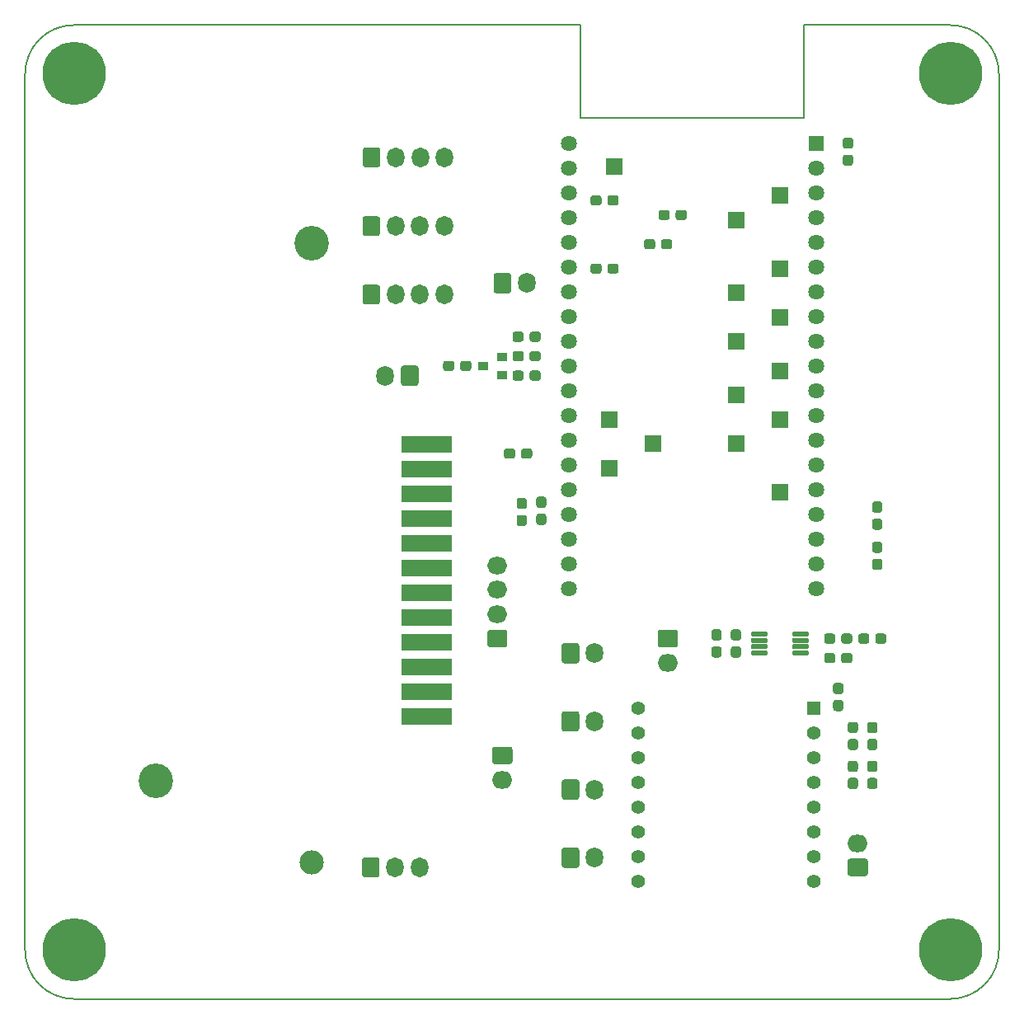
<source format=gbr>
%TF.GenerationSoftware,KiCad,Pcbnew,(5.1.6)-1*%
%TF.CreationDate,2020-12-23T09:12:27+01:00*%
%TF.ProjectId,03_La_Boite_A_Meuh,30335f4c-615f-4426-9f69-74655f415f4d,rev?*%
%TF.SameCoordinates,Original*%
%TF.FileFunction,Soldermask,Top*%
%TF.FilePolarity,Negative*%
%FSLAX46Y46*%
G04 Gerber Fmt 4.6, Leading zero omitted, Abs format (unit mm)*
G04 Created by KiCad (PCBNEW (5.1.6)-1) date 2020-12-23 09:12:27*
%MOMM*%
%LPD*%
G01*
G04 APERTURE LIST*
%TA.AperFunction,Profile*%
%ADD10C,0.150000*%
%TD*%
%ADD11C,0.900000*%
%ADD12C,6.500000*%
%ADD13C,1.408000*%
%ADD14R,1.408000X1.408000*%
%ADD15C,1.630000*%
%ADD16R,1.630000X1.630000*%
%ADD17C,2.490000*%
%ADD18C,3.550000*%
%ADD19O,1.800000X2.100000*%
%ADD20O,2.100000X1.800000*%
%ADD21R,1.800000X1.800000*%
%ADD22O,1.800000X2.050000*%
%ADD23R,1.000000X0.900000*%
%ADD24R,3.600000X1.800000*%
%ADD25O,2.050000X1.800000*%
G04 APERTURE END LIST*
D10*
X180000000Y-55000000D02*
X195000000Y-55000000D01*
X180000000Y-64500000D02*
X180000000Y-55000000D01*
X157000000Y-64500000D02*
X180000000Y-64500000D01*
X157000000Y-55000000D02*
X157000000Y-64500000D01*
X195000000Y-55000000D02*
G75*
G02*
X200000000Y-60000000I0J-5000000D01*
G01*
X200000000Y-150000000D02*
G75*
G02*
X195000000Y-155000000I-5000000J0D01*
G01*
X105000000Y-155000000D02*
G75*
G02*
X100000000Y-150000000I0J5000000D01*
G01*
X100000000Y-60000000D02*
G75*
G02*
X105000000Y-55000000I5000000J0D01*
G01*
X100000000Y-150000000D02*
X100000000Y-60000000D01*
X195000000Y-155000000D02*
X105000000Y-155000000D01*
X200000000Y-60000000D02*
X200000000Y-150000000D01*
X105000000Y-55000000D02*
X157000000Y-55000000D01*
D11*
%TO.C,H3*%
X196697056Y-148302944D03*
X195000000Y-147600000D03*
X193302944Y-148302944D03*
X192600000Y-150000000D03*
X193302944Y-151697056D03*
X195000000Y-152400000D03*
X196697056Y-151697056D03*
X197400000Y-150000000D03*
D12*
X195000000Y-150000000D03*
%TD*%
D11*
%TO.C,H1*%
X106697056Y-58302944D03*
X105000000Y-57600000D03*
X103302944Y-58302944D03*
X102600000Y-60000000D03*
X103302944Y-61697056D03*
X105000000Y-62400000D03*
X106697056Y-61697056D03*
X107400000Y-60000000D03*
D12*
X105000000Y-60000000D03*
%TD*%
D11*
%TO.C,H2*%
X196697056Y-58302944D03*
X195000000Y-57600000D03*
X193302944Y-58302944D03*
X192600000Y-60000000D03*
X193302944Y-61697056D03*
X195000000Y-62400000D03*
X196697056Y-61697056D03*
X197400000Y-60000000D03*
D12*
X195000000Y-60000000D03*
%TD*%
D11*
%TO.C,H4*%
X106697056Y-148302944D03*
X105000000Y-147600000D03*
X103302944Y-148302944D03*
X102600000Y-150000000D03*
X103302944Y-151697056D03*
X105000000Y-152400000D03*
X106697056Y-151697056D03*
X107400000Y-150000000D03*
D12*
X105000000Y-150000000D03*
%TD*%
D13*
%TO.C,U1*%
X162983000Y-142890000D03*
X181017000Y-142890000D03*
X162983000Y-125110000D03*
D14*
X181017000Y-125110000D03*
D13*
X162983000Y-140350000D03*
X181017000Y-140350000D03*
X162983000Y-127650000D03*
X181017000Y-127650000D03*
X162983000Y-137810000D03*
X162983000Y-130190000D03*
X181017000Y-130190000D03*
X181017000Y-137810000D03*
X162983000Y-135270000D03*
X162983000Y-132730000D03*
X181017000Y-135270000D03*
X181017000Y-132730000D03*
%TD*%
D15*
%TO.C,U2*%
X155800000Y-67150000D03*
X155800000Y-69690000D03*
X155800000Y-72230000D03*
X155800000Y-74770000D03*
X155800000Y-77310000D03*
X155800000Y-79850000D03*
X155800000Y-82390000D03*
X155800000Y-84930000D03*
X155800000Y-87470000D03*
X155800000Y-90010000D03*
X155800000Y-92550000D03*
X155800000Y-95090000D03*
X155800000Y-97630000D03*
X155800000Y-100170000D03*
X155800000Y-102710000D03*
X155800000Y-105250000D03*
X155800000Y-107790000D03*
X155800000Y-110330000D03*
X155800000Y-112870000D03*
X181200000Y-112870000D03*
X181200000Y-110330000D03*
X181200000Y-107790000D03*
X181200000Y-105250000D03*
X181200000Y-102710000D03*
X181200000Y-100170000D03*
X181200000Y-97630000D03*
X181200000Y-95090000D03*
X181200000Y-92550000D03*
X181200000Y-90010000D03*
X181200000Y-87470000D03*
X181200000Y-84930000D03*
X181200000Y-82390000D03*
X181200000Y-79850000D03*
X181200000Y-77310000D03*
X181200000Y-74770000D03*
X181200000Y-72230000D03*
X181200000Y-69690000D03*
D16*
X181200000Y-67150000D03*
%TD*%
D17*
%TO.C,BT1*%
X129412000Y-140959000D03*
D18*
X113412000Y-132629000D03*
X129412000Y-77429000D03*
%TD*%
%TO.C,C1*%
G36*
G01*
X173262500Y-118200000D02*
X172737500Y-118200000D01*
G75*
G02*
X172475000Y-117937500I0J262500D01*
G01*
X172475000Y-117312500D01*
G75*
G02*
X172737500Y-117050000I262500J0D01*
G01*
X173262500Y-117050000D01*
G75*
G02*
X173525000Y-117312500I0J-262500D01*
G01*
X173525000Y-117937500D01*
G75*
G02*
X173262500Y-118200000I-262500J0D01*
G01*
G37*
G36*
G01*
X173262500Y-119950000D02*
X172737500Y-119950000D01*
G75*
G02*
X172475000Y-119687500I0J262500D01*
G01*
X172475000Y-119062500D01*
G75*
G02*
X172737500Y-118800000I262500J0D01*
G01*
X173262500Y-118800000D01*
G75*
G02*
X173525000Y-119062500I0J-262500D01*
G01*
X173525000Y-119687500D01*
G75*
G02*
X173262500Y-119950000I-262500J0D01*
G01*
G37*
%TD*%
%TO.C,C2*%
G36*
G01*
X171262500Y-118200000D02*
X170737500Y-118200000D01*
G75*
G02*
X170475000Y-117937500I0J262500D01*
G01*
X170475000Y-117312500D01*
G75*
G02*
X170737500Y-117050000I262500J0D01*
G01*
X171262500Y-117050000D01*
G75*
G02*
X171525000Y-117312500I0J-262500D01*
G01*
X171525000Y-117937500D01*
G75*
G02*
X171262500Y-118200000I-262500J0D01*
G01*
G37*
G36*
G01*
X171262500Y-119950000D02*
X170737500Y-119950000D01*
G75*
G02*
X170475000Y-119687500I0J262500D01*
G01*
X170475000Y-119062500D01*
G75*
G02*
X170737500Y-118800000I262500J0D01*
G01*
X171262500Y-118800000D01*
G75*
G02*
X171525000Y-119062500I0J-262500D01*
G01*
X171525000Y-119687500D01*
G75*
G02*
X171262500Y-119950000I-262500J0D01*
G01*
G37*
%TD*%
%TO.C,C3*%
G36*
G01*
X187300000Y-118262500D02*
X187300000Y-117737500D01*
G75*
G02*
X187562500Y-117475000I262500J0D01*
G01*
X188187500Y-117475000D01*
G75*
G02*
X188450000Y-117737500I0J-262500D01*
G01*
X188450000Y-118262500D01*
G75*
G02*
X188187500Y-118525000I-262500J0D01*
G01*
X187562500Y-118525000D01*
G75*
G02*
X187300000Y-118262500I0J262500D01*
G01*
G37*
G36*
G01*
X185550000Y-118262500D02*
X185550000Y-117737500D01*
G75*
G02*
X185812500Y-117475000I262500J0D01*
G01*
X186437500Y-117475000D01*
G75*
G02*
X186700000Y-117737500I0J-262500D01*
G01*
X186700000Y-118262500D01*
G75*
G02*
X186437500Y-118525000I-262500J0D01*
G01*
X185812500Y-118525000D01*
G75*
G02*
X185550000Y-118262500I0J262500D01*
G01*
G37*
%TD*%
%TO.C,C4*%
G36*
G01*
X186737500Y-132300000D02*
X187262500Y-132300000D01*
G75*
G02*
X187525000Y-132562500I0J-262500D01*
G01*
X187525000Y-133187500D01*
G75*
G02*
X187262500Y-133450000I-262500J0D01*
G01*
X186737500Y-133450000D01*
G75*
G02*
X186475000Y-133187500I0J262500D01*
G01*
X186475000Y-132562500D01*
G75*
G02*
X186737500Y-132300000I262500J0D01*
G01*
G37*
G36*
G01*
X186737500Y-130550000D02*
X187262500Y-130550000D01*
G75*
G02*
X187525000Y-130812500I0J-262500D01*
G01*
X187525000Y-131437500D01*
G75*
G02*
X187262500Y-131700000I-262500J0D01*
G01*
X186737500Y-131700000D01*
G75*
G02*
X186475000Y-131437500I0J262500D01*
G01*
X186475000Y-130812500D01*
G75*
G02*
X186737500Y-130550000I262500J0D01*
G01*
G37*
%TD*%
%TO.C,C5*%
G36*
G01*
X184737500Y-132300000D02*
X185262500Y-132300000D01*
G75*
G02*
X185525000Y-132562500I0J-262500D01*
G01*
X185525000Y-133187500D01*
G75*
G02*
X185262500Y-133450000I-262500J0D01*
G01*
X184737500Y-133450000D01*
G75*
G02*
X184475000Y-133187500I0J262500D01*
G01*
X184475000Y-132562500D01*
G75*
G02*
X184737500Y-132300000I262500J0D01*
G01*
G37*
G36*
G01*
X184737500Y-130550000D02*
X185262500Y-130550000D01*
G75*
G02*
X185525000Y-130812500I0J-262500D01*
G01*
X185525000Y-131437500D01*
G75*
G02*
X185262500Y-131700000I-262500J0D01*
G01*
X184737500Y-131700000D01*
G75*
G02*
X184475000Y-131437500I0J262500D01*
G01*
X184475000Y-130812500D01*
G75*
G02*
X184737500Y-130550000I262500J0D01*
G01*
G37*
%TD*%
%TO.C,C6*%
G36*
G01*
X187762500Y-105075000D02*
X187237500Y-105075000D01*
G75*
G02*
X186975000Y-104812500I0J262500D01*
G01*
X186975000Y-104187500D01*
G75*
G02*
X187237500Y-103925000I262500J0D01*
G01*
X187762500Y-103925000D01*
G75*
G02*
X188025000Y-104187500I0J-262500D01*
G01*
X188025000Y-104812500D01*
G75*
G02*
X187762500Y-105075000I-262500J0D01*
G01*
G37*
G36*
G01*
X187762500Y-106825000D02*
X187237500Y-106825000D01*
G75*
G02*
X186975000Y-106562500I0J262500D01*
G01*
X186975000Y-105937500D01*
G75*
G02*
X187237500Y-105675000I262500J0D01*
G01*
X187762500Y-105675000D01*
G75*
G02*
X188025000Y-105937500I0J-262500D01*
G01*
X188025000Y-106562500D01*
G75*
G02*
X187762500Y-106825000I-262500J0D01*
G01*
G37*
%TD*%
D19*
%TO.C,J1*%
X158500000Y-119500000D03*
G36*
G01*
X155100000Y-120285294D02*
X155100000Y-118714706D01*
G75*
G02*
X155364706Y-118450000I264706J0D01*
G01*
X156635294Y-118450000D01*
G75*
G02*
X156900000Y-118714706I0J-264706D01*
G01*
X156900000Y-120285294D01*
G75*
G02*
X156635294Y-120550000I-264706J0D01*
G01*
X155364706Y-120550000D01*
G75*
G02*
X155100000Y-120285294I0J264706D01*
G01*
G37*
%TD*%
%TO.C,J2*%
X158500000Y-126500000D03*
G36*
G01*
X155100000Y-127285294D02*
X155100000Y-125714706D01*
G75*
G02*
X155364706Y-125450000I264706J0D01*
G01*
X156635294Y-125450000D01*
G75*
G02*
X156900000Y-125714706I0J-264706D01*
G01*
X156900000Y-127285294D01*
G75*
G02*
X156635294Y-127550000I-264706J0D01*
G01*
X155364706Y-127550000D01*
G75*
G02*
X155100000Y-127285294I0J264706D01*
G01*
G37*
%TD*%
%TO.C,J3*%
X158500000Y-140500000D03*
G36*
G01*
X155100000Y-141285294D02*
X155100000Y-139714706D01*
G75*
G02*
X155364706Y-139450000I264706J0D01*
G01*
X156635294Y-139450000D01*
G75*
G02*
X156900000Y-139714706I0J-264706D01*
G01*
X156900000Y-141285294D01*
G75*
G02*
X156635294Y-141550000I-264706J0D01*
G01*
X155364706Y-141550000D01*
G75*
G02*
X155100000Y-141285294I0J264706D01*
G01*
G37*
%TD*%
D20*
%TO.C,J4*%
X185500000Y-139000000D03*
G36*
G01*
X186285294Y-142400000D02*
X184714706Y-142400000D01*
G75*
G02*
X184450000Y-142135294I0J264706D01*
G01*
X184450000Y-140864706D01*
G75*
G02*
X184714706Y-140600000I264706J0D01*
G01*
X186285294Y-140600000D01*
G75*
G02*
X186550000Y-140864706I0J-264706D01*
G01*
X186550000Y-142135294D01*
G75*
G02*
X186285294Y-142400000I-264706J0D01*
G01*
G37*
%TD*%
D19*
%TO.C,J5*%
X158500000Y-133500000D03*
G36*
G01*
X155100000Y-134285294D02*
X155100000Y-132714706D01*
G75*
G02*
X155364706Y-132450000I264706J0D01*
G01*
X156635294Y-132450000D01*
G75*
G02*
X156900000Y-132714706I0J-264706D01*
G01*
X156900000Y-134285294D01*
G75*
G02*
X156635294Y-134550000I-264706J0D01*
G01*
X155364706Y-134550000D01*
G75*
G02*
X155100000Y-134285294I0J264706D01*
G01*
G37*
%TD*%
D21*
%TO.C,J9*%
X160500000Y-69500000D03*
%TD*%
%TO.C,J10*%
X177500000Y-72500000D03*
%TD*%
%TO.C,J12*%
X173000000Y-75000000D03*
%TD*%
%TO.C,J13*%
X177500000Y-80000000D03*
%TD*%
%TO.C,J14*%
X173000000Y-82500000D03*
%TD*%
%TO.C,J15*%
X177500000Y-85000000D03*
%TD*%
%TO.C,J16*%
X173000000Y-87500000D03*
%TD*%
%TO.C,J17*%
X177500000Y-90500000D03*
%TD*%
D19*
%TO.C,J18*%
X151500000Y-81500000D03*
G36*
G01*
X148100000Y-82285294D02*
X148100000Y-80714706D01*
G75*
G02*
X148364706Y-80450000I264706J0D01*
G01*
X149635294Y-80450000D01*
G75*
G02*
X149900000Y-80714706I0J-264706D01*
G01*
X149900000Y-82285294D01*
G75*
G02*
X149635294Y-82550000I-264706J0D01*
G01*
X148364706Y-82550000D01*
G75*
G02*
X148100000Y-82285294I0J264706D01*
G01*
G37*
%TD*%
D21*
%TO.C,J19*%
X173000000Y-93000000D03*
%TD*%
%TO.C,J20*%
X177500000Y-95500000D03*
%TD*%
%TO.C,J21*%
X160000000Y-95500000D03*
%TD*%
%TO.C,J22*%
X173000000Y-98000000D03*
%TD*%
%TO.C,J23*%
X164500000Y-98000000D03*
%TD*%
%TO.C,J24*%
X177500000Y-103000000D03*
%TD*%
%TO.C,J25*%
X160000000Y-100500000D03*
%TD*%
D19*
%TO.C,J26*%
X137000000Y-91000000D03*
G36*
G01*
X140400000Y-90214706D02*
X140400000Y-91785294D01*
G75*
G02*
X140135294Y-92050000I-264706J0D01*
G01*
X138864706Y-92050000D01*
G75*
G02*
X138600000Y-91785294I0J264706D01*
G01*
X138600000Y-90214706D01*
G75*
G02*
X138864706Y-89950000I264706J0D01*
G01*
X140135294Y-89950000D01*
G75*
G02*
X140400000Y-90214706I0J-264706D01*
G01*
G37*
%TD*%
D20*
%TO.C,J27*%
X149000000Y-132500000D03*
G36*
G01*
X148214706Y-129100000D02*
X149785294Y-129100000D01*
G75*
G02*
X150050000Y-129364706I0J-264706D01*
G01*
X150050000Y-130635294D01*
G75*
G02*
X149785294Y-130900000I-264706J0D01*
G01*
X148214706Y-130900000D01*
G75*
G02*
X147950000Y-130635294I0J264706D01*
G01*
X147950000Y-129364706D01*
G75*
G02*
X148214706Y-129100000I264706J0D01*
G01*
G37*
%TD*%
D22*
%TO.C,J28*%
X140500000Y-141500000D03*
X138000000Y-141500000D03*
G36*
G01*
X134600000Y-142260294D02*
X134600000Y-140739706D01*
G75*
G02*
X134864706Y-140475000I264706J0D01*
G01*
X136135294Y-140475000D01*
G75*
G02*
X136400000Y-140739706I0J-264706D01*
G01*
X136400000Y-142260294D01*
G75*
G02*
X136135294Y-142525000I-264706J0D01*
G01*
X134864706Y-142525000D01*
G75*
G02*
X134600000Y-142260294I0J264706D01*
G01*
G37*
%TD*%
D20*
%TO.C,J29*%
X166000000Y-120500000D03*
G36*
G01*
X165214706Y-117100000D02*
X166785294Y-117100000D01*
G75*
G02*
X167050000Y-117364706I0J-264706D01*
G01*
X167050000Y-118635294D01*
G75*
G02*
X166785294Y-118900000I-264706J0D01*
G01*
X165214706Y-118900000D01*
G75*
G02*
X164950000Y-118635294I0J264706D01*
G01*
X164950000Y-117364706D01*
G75*
G02*
X165214706Y-117100000I264706J0D01*
G01*
G37*
%TD*%
D23*
%TO.C,Q1*%
X147000000Y-90000000D03*
X149000000Y-89050000D03*
X149000000Y-90950000D03*
%TD*%
%TO.C,R1*%
G36*
G01*
X183800000Y-118262500D02*
X183800000Y-117737500D01*
G75*
G02*
X184062500Y-117475000I262500J0D01*
G01*
X184687500Y-117475000D01*
G75*
G02*
X184950000Y-117737500I0J-262500D01*
G01*
X184950000Y-118262500D01*
G75*
G02*
X184687500Y-118525000I-262500J0D01*
G01*
X184062500Y-118525000D01*
G75*
G02*
X183800000Y-118262500I0J262500D01*
G01*
G37*
G36*
G01*
X182050000Y-118262500D02*
X182050000Y-117737500D01*
G75*
G02*
X182312500Y-117475000I262500J0D01*
G01*
X182937500Y-117475000D01*
G75*
G02*
X183200000Y-117737500I0J-262500D01*
G01*
X183200000Y-118262500D01*
G75*
G02*
X182937500Y-118525000I-262500J0D01*
G01*
X182312500Y-118525000D01*
G75*
G02*
X182050000Y-118262500I0J262500D01*
G01*
G37*
%TD*%
%TO.C,R2*%
G36*
G01*
X186737500Y-128300000D02*
X187262500Y-128300000D01*
G75*
G02*
X187525000Y-128562500I0J-262500D01*
G01*
X187525000Y-129187500D01*
G75*
G02*
X187262500Y-129450000I-262500J0D01*
G01*
X186737500Y-129450000D01*
G75*
G02*
X186475000Y-129187500I0J262500D01*
G01*
X186475000Y-128562500D01*
G75*
G02*
X186737500Y-128300000I262500J0D01*
G01*
G37*
G36*
G01*
X186737500Y-126550000D02*
X187262500Y-126550000D01*
G75*
G02*
X187525000Y-126812500I0J-262500D01*
G01*
X187525000Y-127437500D01*
G75*
G02*
X187262500Y-127700000I-262500J0D01*
G01*
X186737500Y-127700000D01*
G75*
G02*
X186475000Y-127437500I0J262500D01*
G01*
X186475000Y-126812500D01*
G75*
G02*
X186737500Y-126550000I262500J0D01*
G01*
G37*
%TD*%
%TO.C,R3*%
G36*
G01*
X183237500Y-124300000D02*
X183762500Y-124300000D01*
G75*
G02*
X184025000Y-124562500I0J-262500D01*
G01*
X184025000Y-125187500D01*
G75*
G02*
X183762500Y-125450000I-262500J0D01*
G01*
X183237500Y-125450000D01*
G75*
G02*
X182975000Y-125187500I0J262500D01*
G01*
X182975000Y-124562500D01*
G75*
G02*
X183237500Y-124300000I262500J0D01*
G01*
G37*
G36*
G01*
X183237500Y-122550000D02*
X183762500Y-122550000D01*
G75*
G02*
X184025000Y-122812500I0J-262500D01*
G01*
X184025000Y-123437500D01*
G75*
G02*
X183762500Y-123700000I-262500J0D01*
G01*
X183237500Y-123700000D01*
G75*
G02*
X182975000Y-123437500I0J262500D01*
G01*
X182975000Y-122812500D01*
G75*
G02*
X183237500Y-122550000I262500J0D01*
G01*
G37*
%TD*%
%TO.C,R4*%
G36*
G01*
X184737500Y-128300000D02*
X185262500Y-128300000D01*
G75*
G02*
X185525000Y-128562500I0J-262500D01*
G01*
X185525000Y-129187500D01*
G75*
G02*
X185262500Y-129450000I-262500J0D01*
G01*
X184737500Y-129450000D01*
G75*
G02*
X184475000Y-129187500I0J262500D01*
G01*
X184475000Y-128562500D01*
G75*
G02*
X184737500Y-128300000I262500J0D01*
G01*
G37*
G36*
G01*
X184737500Y-126550000D02*
X185262500Y-126550000D01*
G75*
G02*
X185525000Y-126812500I0J-262500D01*
G01*
X185525000Y-127437500D01*
G75*
G02*
X185262500Y-127700000I-262500J0D01*
G01*
X184737500Y-127700000D01*
G75*
G02*
X184475000Y-127437500I0J262500D01*
G01*
X184475000Y-126812500D01*
G75*
G02*
X184737500Y-126550000I262500J0D01*
G01*
G37*
%TD*%
%TO.C,R5*%
G36*
G01*
X183200000Y-119737500D02*
X183200000Y-120262500D01*
G75*
G02*
X182937500Y-120525000I-262500J0D01*
G01*
X182312500Y-120525000D01*
G75*
G02*
X182050000Y-120262500I0J262500D01*
G01*
X182050000Y-119737500D01*
G75*
G02*
X182312500Y-119475000I262500J0D01*
G01*
X182937500Y-119475000D01*
G75*
G02*
X183200000Y-119737500I0J-262500D01*
G01*
G37*
G36*
G01*
X184950000Y-119737500D02*
X184950000Y-120262500D01*
G75*
G02*
X184687500Y-120525000I-262500J0D01*
G01*
X184062500Y-120525000D01*
G75*
G02*
X183800000Y-120262500I0J262500D01*
G01*
X183800000Y-119737500D01*
G75*
G02*
X184062500Y-119475000I262500J0D01*
G01*
X184687500Y-119475000D01*
G75*
G02*
X184950000Y-119737500I0J-262500D01*
G01*
G37*
%TD*%
%TO.C,R6*%
G36*
G01*
X187762500Y-109200000D02*
X187237500Y-109200000D01*
G75*
G02*
X186975000Y-108937500I0J262500D01*
G01*
X186975000Y-108312500D01*
G75*
G02*
X187237500Y-108050000I262500J0D01*
G01*
X187762500Y-108050000D01*
G75*
G02*
X188025000Y-108312500I0J-262500D01*
G01*
X188025000Y-108937500D01*
G75*
G02*
X187762500Y-109200000I-262500J0D01*
G01*
G37*
G36*
G01*
X187762500Y-110950000D02*
X187237500Y-110950000D01*
G75*
G02*
X186975000Y-110687500I0J262500D01*
G01*
X186975000Y-110062500D01*
G75*
G02*
X187237500Y-109800000I262500J0D01*
G01*
X187762500Y-109800000D01*
G75*
G02*
X188025000Y-110062500I0J-262500D01*
G01*
X188025000Y-110687500D01*
G75*
G02*
X187762500Y-110950000I-262500J0D01*
G01*
G37*
%TD*%
%TO.C,R7*%
G36*
G01*
X184762500Y-67700000D02*
X184237500Y-67700000D01*
G75*
G02*
X183975000Y-67437500I0J262500D01*
G01*
X183975000Y-66812500D01*
G75*
G02*
X184237500Y-66550000I262500J0D01*
G01*
X184762500Y-66550000D01*
G75*
G02*
X185025000Y-66812500I0J-262500D01*
G01*
X185025000Y-67437500D01*
G75*
G02*
X184762500Y-67700000I-262500J0D01*
G01*
G37*
G36*
G01*
X184762500Y-69450000D02*
X184237500Y-69450000D01*
G75*
G02*
X183975000Y-69187500I0J262500D01*
G01*
X183975000Y-68562500D01*
G75*
G02*
X184237500Y-68300000I262500J0D01*
G01*
X184762500Y-68300000D01*
G75*
G02*
X185025000Y-68562500I0J-262500D01*
G01*
X185025000Y-69187500D01*
G75*
G02*
X184762500Y-69450000I-262500J0D01*
G01*
G37*
%TD*%
%TO.C,R8*%
G36*
G01*
X159800000Y-80262500D02*
X159800000Y-79737500D01*
G75*
G02*
X160062500Y-79475000I262500J0D01*
G01*
X160687500Y-79475000D01*
G75*
G02*
X160950000Y-79737500I0J-262500D01*
G01*
X160950000Y-80262500D01*
G75*
G02*
X160687500Y-80525000I-262500J0D01*
G01*
X160062500Y-80525000D01*
G75*
G02*
X159800000Y-80262500I0J262500D01*
G01*
G37*
G36*
G01*
X158050000Y-80262500D02*
X158050000Y-79737500D01*
G75*
G02*
X158312500Y-79475000I262500J0D01*
G01*
X158937500Y-79475000D01*
G75*
G02*
X159200000Y-79737500I0J-262500D01*
G01*
X159200000Y-80262500D01*
G75*
G02*
X158937500Y-80525000I-262500J0D01*
G01*
X158312500Y-80525000D01*
G75*
G02*
X158050000Y-80262500I0J262500D01*
G01*
G37*
%TD*%
%TO.C,R9*%
G36*
G01*
X159800000Y-73262500D02*
X159800000Y-72737500D01*
G75*
G02*
X160062500Y-72475000I262500J0D01*
G01*
X160687500Y-72475000D01*
G75*
G02*
X160950000Y-72737500I0J-262500D01*
G01*
X160950000Y-73262500D01*
G75*
G02*
X160687500Y-73525000I-262500J0D01*
G01*
X160062500Y-73525000D01*
G75*
G02*
X159800000Y-73262500I0J262500D01*
G01*
G37*
G36*
G01*
X158050000Y-73262500D02*
X158050000Y-72737500D01*
G75*
G02*
X158312500Y-72475000I262500J0D01*
G01*
X158937500Y-72475000D01*
G75*
G02*
X159200000Y-72737500I0J-262500D01*
G01*
X159200000Y-73262500D01*
G75*
G02*
X158937500Y-73525000I-262500J0D01*
G01*
X158312500Y-73525000D01*
G75*
G02*
X158050000Y-73262500I0J262500D01*
G01*
G37*
%TD*%
%TO.C,R10*%
G36*
G01*
X166800000Y-74762500D02*
X166800000Y-74237500D01*
G75*
G02*
X167062500Y-73975000I262500J0D01*
G01*
X167687500Y-73975000D01*
G75*
G02*
X167950000Y-74237500I0J-262500D01*
G01*
X167950000Y-74762500D01*
G75*
G02*
X167687500Y-75025000I-262500J0D01*
G01*
X167062500Y-75025000D01*
G75*
G02*
X166800000Y-74762500I0J262500D01*
G01*
G37*
G36*
G01*
X165050000Y-74762500D02*
X165050000Y-74237500D01*
G75*
G02*
X165312500Y-73975000I262500J0D01*
G01*
X165937500Y-73975000D01*
G75*
G02*
X166200000Y-74237500I0J-262500D01*
G01*
X166200000Y-74762500D01*
G75*
G02*
X165937500Y-75025000I-262500J0D01*
G01*
X165312500Y-75025000D01*
G75*
G02*
X165050000Y-74762500I0J262500D01*
G01*
G37*
%TD*%
%TO.C,R11*%
G36*
G01*
X165300000Y-77762500D02*
X165300000Y-77237500D01*
G75*
G02*
X165562500Y-76975000I262500J0D01*
G01*
X166187500Y-76975000D01*
G75*
G02*
X166450000Y-77237500I0J-262500D01*
G01*
X166450000Y-77762500D01*
G75*
G02*
X166187500Y-78025000I-262500J0D01*
G01*
X165562500Y-78025000D01*
G75*
G02*
X165300000Y-77762500I0J262500D01*
G01*
G37*
G36*
G01*
X163550000Y-77762500D02*
X163550000Y-77237500D01*
G75*
G02*
X163812500Y-76975000I262500J0D01*
G01*
X164437500Y-76975000D01*
G75*
G02*
X164700000Y-77237500I0J-262500D01*
G01*
X164700000Y-77762500D01*
G75*
G02*
X164437500Y-78025000I-262500J0D01*
G01*
X163812500Y-78025000D01*
G75*
G02*
X163550000Y-77762500I0J262500D01*
G01*
G37*
%TD*%
%TO.C,R12*%
G36*
G01*
X151200000Y-86737500D02*
X151200000Y-87262500D01*
G75*
G02*
X150937500Y-87525000I-262500J0D01*
G01*
X150312500Y-87525000D01*
G75*
G02*
X150050000Y-87262500I0J262500D01*
G01*
X150050000Y-86737500D01*
G75*
G02*
X150312500Y-86475000I262500J0D01*
G01*
X150937500Y-86475000D01*
G75*
G02*
X151200000Y-86737500I0J-262500D01*
G01*
G37*
G36*
G01*
X152950000Y-86737500D02*
X152950000Y-87262500D01*
G75*
G02*
X152687500Y-87525000I-262500J0D01*
G01*
X152062500Y-87525000D01*
G75*
G02*
X151800000Y-87262500I0J262500D01*
G01*
X151800000Y-86737500D01*
G75*
G02*
X152062500Y-86475000I262500J0D01*
G01*
X152687500Y-86475000D01*
G75*
G02*
X152950000Y-86737500I0J-262500D01*
G01*
G37*
%TD*%
%TO.C,R13*%
G36*
G01*
X150925000Y-99262500D02*
X150925000Y-98737500D01*
G75*
G02*
X151187500Y-98475000I262500J0D01*
G01*
X151812500Y-98475000D01*
G75*
G02*
X152075000Y-98737500I0J-262500D01*
G01*
X152075000Y-99262500D01*
G75*
G02*
X151812500Y-99525000I-262500J0D01*
G01*
X151187500Y-99525000D01*
G75*
G02*
X150925000Y-99262500I0J262500D01*
G01*
G37*
G36*
G01*
X149175000Y-99262500D02*
X149175000Y-98737500D01*
G75*
G02*
X149437500Y-98475000I262500J0D01*
G01*
X150062500Y-98475000D01*
G75*
G02*
X150325000Y-98737500I0J-262500D01*
G01*
X150325000Y-99262500D01*
G75*
G02*
X150062500Y-99525000I-262500J0D01*
G01*
X149437500Y-99525000D01*
G75*
G02*
X149175000Y-99262500I0J262500D01*
G01*
G37*
%TD*%
%TO.C,R14*%
G36*
G01*
X151262500Y-104700000D02*
X150737500Y-104700000D01*
G75*
G02*
X150475000Y-104437500I0J262500D01*
G01*
X150475000Y-103812500D01*
G75*
G02*
X150737500Y-103550000I262500J0D01*
G01*
X151262500Y-103550000D01*
G75*
G02*
X151525000Y-103812500I0J-262500D01*
G01*
X151525000Y-104437500D01*
G75*
G02*
X151262500Y-104700000I-262500J0D01*
G01*
G37*
G36*
G01*
X151262500Y-106450000D02*
X150737500Y-106450000D01*
G75*
G02*
X150475000Y-106187500I0J262500D01*
G01*
X150475000Y-105562500D01*
G75*
G02*
X150737500Y-105300000I262500J0D01*
G01*
X151262500Y-105300000D01*
G75*
G02*
X151525000Y-105562500I0J-262500D01*
G01*
X151525000Y-106187500D01*
G75*
G02*
X151262500Y-106450000I-262500J0D01*
G01*
G37*
%TD*%
%TO.C,R15*%
G36*
G01*
X152737500Y-105175000D02*
X153262500Y-105175000D01*
G75*
G02*
X153525000Y-105437500I0J-262500D01*
G01*
X153525000Y-106062500D01*
G75*
G02*
X153262500Y-106325000I-262500J0D01*
G01*
X152737500Y-106325000D01*
G75*
G02*
X152475000Y-106062500I0J262500D01*
G01*
X152475000Y-105437500D01*
G75*
G02*
X152737500Y-105175000I262500J0D01*
G01*
G37*
G36*
G01*
X152737500Y-103425000D02*
X153262500Y-103425000D01*
G75*
G02*
X153525000Y-103687500I0J-262500D01*
G01*
X153525000Y-104312500D01*
G75*
G02*
X153262500Y-104575000I-262500J0D01*
G01*
X152737500Y-104575000D01*
G75*
G02*
X152475000Y-104312500I0J262500D01*
G01*
X152475000Y-103687500D01*
G75*
G02*
X152737500Y-103425000I262500J0D01*
G01*
G37*
%TD*%
%TO.C,R16*%
G36*
G01*
X144075000Y-89737500D02*
X144075000Y-90262500D01*
G75*
G02*
X143812500Y-90525000I-262500J0D01*
G01*
X143187500Y-90525000D01*
G75*
G02*
X142925000Y-90262500I0J262500D01*
G01*
X142925000Y-89737500D01*
G75*
G02*
X143187500Y-89475000I262500J0D01*
G01*
X143812500Y-89475000D01*
G75*
G02*
X144075000Y-89737500I0J-262500D01*
G01*
G37*
G36*
G01*
X145825000Y-89737500D02*
X145825000Y-90262500D01*
G75*
G02*
X145562500Y-90525000I-262500J0D01*
G01*
X144937500Y-90525000D01*
G75*
G02*
X144675000Y-90262500I0J262500D01*
G01*
X144675000Y-89737500D01*
G75*
G02*
X144937500Y-89475000I262500J0D01*
G01*
X145562500Y-89475000D01*
G75*
G02*
X145825000Y-89737500I0J-262500D01*
G01*
G37*
%TD*%
%TO.C,R17*%
G36*
G01*
X151200000Y-90737500D02*
X151200000Y-91262500D01*
G75*
G02*
X150937500Y-91525000I-262500J0D01*
G01*
X150312500Y-91525000D01*
G75*
G02*
X150050000Y-91262500I0J262500D01*
G01*
X150050000Y-90737500D01*
G75*
G02*
X150312500Y-90475000I262500J0D01*
G01*
X150937500Y-90475000D01*
G75*
G02*
X151200000Y-90737500I0J-262500D01*
G01*
G37*
G36*
G01*
X152950000Y-90737500D02*
X152950000Y-91262500D01*
G75*
G02*
X152687500Y-91525000I-262500J0D01*
G01*
X152062500Y-91525000D01*
G75*
G02*
X151800000Y-91262500I0J262500D01*
G01*
X151800000Y-90737500D01*
G75*
G02*
X152062500Y-90475000I262500J0D01*
G01*
X152687500Y-90475000D01*
G75*
G02*
X152950000Y-90737500I0J-262500D01*
G01*
G37*
%TD*%
%TO.C,R18*%
G36*
G01*
X151800000Y-89262500D02*
X151800000Y-88737500D01*
G75*
G02*
X152062500Y-88475000I262500J0D01*
G01*
X152687500Y-88475000D01*
G75*
G02*
X152950000Y-88737500I0J-262500D01*
G01*
X152950000Y-89262500D01*
G75*
G02*
X152687500Y-89525000I-262500J0D01*
G01*
X152062500Y-89525000D01*
G75*
G02*
X151800000Y-89262500I0J262500D01*
G01*
G37*
G36*
G01*
X150050000Y-89262500D02*
X150050000Y-88737500D01*
G75*
G02*
X150312500Y-88475000I262500J0D01*
G01*
X150937500Y-88475000D01*
G75*
G02*
X151200000Y-88737500I0J-262500D01*
G01*
X151200000Y-89262500D01*
G75*
G02*
X150937500Y-89525000I-262500J0D01*
G01*
X150312500Y-89525000D01*
G75*
G02*
X150050000Y-89262500I0J262500D01*
G01*
G37*
%TD*%
%TO.C,U3*%
G36*
G01*
X176250000Y-119350000D02*
X176250000Y-119600000D01*
G75*
G02*
X176125000Y-119725000I-125000J0D01*
G01*
X174650000Y-119725000D01*
G75*
G02*
X174525000Y-119600000I0J125000D01*
G01*
X174525000Y-119350000D01*
G75*
G02*
X174650000Y-119225000I125000J0D01*
G01*
X176125000Y-119225000D01*
G75*
G02*
X176250000Y-119350000I0J-125000D01*
G01*
G37*
G36*
G01*
X176250000Y-118700000D02*
X176250000Y-118950000D01*
G75*
G02*
X176125000Y-119075000I-125000J0D01*
G01*
X174650000Y-119075000D01*
G75*
G02*
X174525000Y-118950000I0J125000D01*
G01*
X174525000Y-118700000D01*
G75*
G02*
X174650000Y-118575000I125000J0D01*
G01*
X176125000Y-118575000D01*
G75*
G02*
X176250000Y-118700000I0J-125000D01*
G01*
G37*
G36*
G01*
X176250000Y-118050000D02*
X176250000Y-118300000D01*
G75*
G02*
X176125000Y-118425000I-125000J0D01*
G01*
X174650000Y-118425000D01*
G75*
G02*
X174525000Y-118300000I0J125000D01*
G01*
X174525000Y-118050000D01*
G75*
G02*
X174650000Y-117925000I125000J0D01*
G01*
X176125000Y-117925000D01*
G75*
G02*
X176250000Y-118050000I0J-125000D01*
G01*
G37*
G36*
G01*
X176250000Y-117400000D02*
X176250000Y-117650000D01*
G75*
G02*
X176125000Y-117775000I-125000J0D01*
G01*
X174650000Y-117775000D01*
G75*
G02*
X174525000Y-117650000I0J125000D01*
G01*
X174525000Y-117400000D01*
G75*
G02*
X174650000Y-117275000I125000J0D01*
G01*
X176125000Y-117275000D01*
G75*
G02*
X176250000Y-117400000I0J-125000D01*
G01*
G37*
G36*
G01*
X180475000Y-117400000D02*
X180475000Y-117650000D01*
G75*
G02*
X180350000Y-117775000I-125000J0D01*
G01*
X178875000Y-117775000D01*
G75*
G02*
X178750000Y-117650000I0J125000D01*
G01*
X178750000Y-117400000D01*
G75*
G02*
X178875000Y-117275000I125000J0D01*
G01*
X180350000Y-117275000D01*
G75*
G02*
X180475000Y-117400000I0J-125000D01*
G01*
G37*
G36*
G01*
X180475000Y-118050000D02*
X180475000Y-118300000D01*
G75*
G02*
X180350000Y-118425000I-125000J0D01*
G01*
X178875000Y-118425000D01*
G75*
G02*
X178750000Y-118300000I0J125000D01*
G01*
X178750000Y-118050000D01*
G75*
G02*
X178875000Y-117925000I125000J0D01*
G01*
X180350000Y-117925000D01*
G75*
G02*
X180475000Y-118050000I0J-125000D01*
G01*
G37*
G36*
G01*
X180475000Y-118700000D02*
X180475000Y-118950000D01*
G75*
G02*
X180350000Y-119075000I-125000J0D01*
G01*
X178875000Y-119075000D01*
G75*
G02*
X178750000Y-118950000I0J125000D01*
G01*
X178750000Y-118700000D01*
G75*
G02*
X178875000Y-118575000I125000J0D01*
G01*
X180350000Y-118575000D01*
G75*
G02*
X180475000Y-118700000I0J-125000D01*
G01*
G37*
G36*
G01*
X180475000Y-119350000D02*
X180475000Y-119600000D01*
G75*
G02*
X180350000Y-119725000I-125000J0D01*
G01*
X178875000Y-119725000D01*
G75*
G02*
X178750000Y-119600000I0J125000D01*
G01*
X178750000Y-119350000D01*
G75*
G02*
X178875000Y-119225000I125000J0D01*
G01*
X180350000Y-119225000D01*
G75*
G02*
X180475000Y-119350000I0J-125000D01*
G01*
G37*
%TD*%
D24*
%TO.C,U4*%
X142040000Y-98060000D03*
X142040000Y-100600000D03*
X142040000Y-103140000D03*
X142040000Y-105680000D03*
X142040000Y-108220000D03*
X142040000Y-110760000D03*
X142040000Y-113300000D03*
X142040000Y-115840000D03*
X142040000Y-118380000D03*
X142040000Y-120920000D03*
X142040000Y-123460000D03*
X142040000Y-126000000D03*
D21*
X139500000Y-98060000D03*
X139500000Y-100600000D03*
X139500000Y-103140000D03*
X139500000Y-105680000D03*
X139500000Y-108220000D03*
X139500000Y-110760000D03*
X139500000Y-113300000D03*
X139500000Y-115840000D03*
X139500000Y-118380000D03*
X139500000Y-120920000D03*
X139500000Y-123460000D03*
X139500000Y-126000000D03*
%TD*%
D25*
%TO.C,J6*%
X148500000Y-110500000D03*
X148500000Y-113000000D03*
X148500000Y-115500000D03*
G36*
G01*
X149260294Y-118900000D02*
X147739706Y-118900000D01*
G75*
G02*
X147475000Y-118635294I0J264706D01*
G01*
X147475000Y-117364706D01*
G75*
G02*
X147739706Y-117100000I264706J0D01*
G01*
X149260294Y-117100000D01*
G75*
G02*
X149525000Y-117364706I0J-264706D01*
G01*
X149525000Y-118635294D01*
G75*
G02*
X149260294Y-118900000I-264706J0D01*
G01*
G37*
%TD*%
D22*
%TO.C,J7*%
X143071000Y-68582000D03*
X140571000Y-68582000D03*
X138071000Y-68582000D03*
G36*
G01*
X134671000Y-69342294D02*
X134671000Y-67821706D01*
G75*
G02*
X134935706Y-67557000I264706J0D01*
G01*
X136206294Y-67557000D01*
G75*
G02*
X136471000Y-67821706I0J-264706D01*
G01*
X136471000Y-69342294D01*
G75*
G02*
X136206294Y-69607000I-264706J0D01*
G01*
X134935706Y-69607000D01*
G75*
G02*
X134671000Y-69342294I0J264706D01*
G01*
G37*
%TD*%
%TO.C,J8*%
X143045001Y-82679000D03*
X140545001Y-82679000D03*
X138045001Y-82679000D03*
G36*
G01*
X134645001Y-83439294D02*
X134645001Y-81918706D01*
G75*
G02*
X134909707Y-81654000I264706J0D01*
G01*
X136180295Y-81654000D01*
G75*
G02*
X136445001Y-81918706I0J-264706D01*
G01*
X136445001Y-83439294D01*
G75*
G02*
X136180295Y-83704000I-264706J0D01*
G01*
X134909707Y-83704000D01*
G75*
G02*
X134645001Y-83439294I0J264706D01*
G01*
G37*
%TD*%
%TO.C,J11*%
X143045001Y-75655001D03*
X140545001Y-75655001D03*
X138045001Y-75655001D03*
G36*
G01*
X134645001Y-76415295D02*
X134645001Y-74894707D01*
G75*
G02*
X134909707Y-74630001I264706J0D01*
G01*
X136180295Y-74630001D01*
G75*
G02*
X136445001Y-74894707I0J-264706D01*
G01*
X136445001Y-76415295D01*
G75*
G02*
X136180295Y-76680001I-264706J0D01*
G01*
X134909707Y-76680001D01*
G75*
G02*
X134645001Y-76415295I0J264706D01*
G01*
G37*
%TD*%
M02*

</source>
